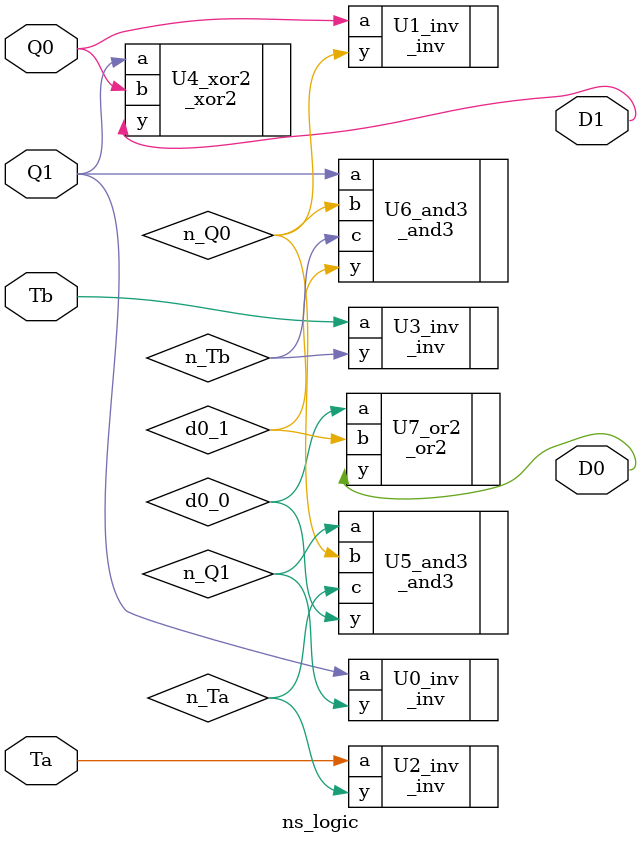
<source format=v>
module ns_logic(Q1, Q0, Ta, Tb, D1, D0);
	input Q1, Q0, Ta, Tb;
	output D1, D0;
	
	wire n_Q1, n_Q0, n_Ta, n_Tb;
	
	// not outputs of inputs
	_inv U0_inv(.a(Q1), .y(n_Q1));
	_inv U1_inv(.a(Q0), .y(n_Q0));
	_inv U2_inv(.a(Ta), .y(n_Ta));
	_inv U3_inv(.a(Tb), .y(n_Tb));
	
	// calculate D1
	_xor2 U4_xor2(.a(Q1), .b(Q0), .y(D1));
	
	// calculate D0
	_and3 U5_and3(.a(n_Q1), .b(n_Q0), .c(n_Ta), .y(d0_0));
	_and3 U6_and3(.a(Q1), .b(n_Q0), .c(n_Tb), .y(d0_1));
	_or2 U7_or2(.a(d0_0), .b(d0_1), .y(D0));
endmodule

</source>
